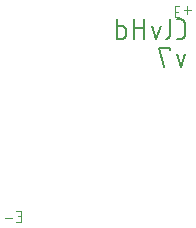
<source format=gbr>
G04 EAGLE Gerber RS-274X export*
G75*
%MOMM*%
%FSLAX34Y34*%
%LPD*%
%INSilkscreen Bottom*%
%IPPOS*%
%AMOC8*
5,1,8,0,0,1.08239X$1,22.5*%
G01*
%ADD10C,0.076200*%
%ADD11C,0.152400*%


D10*
X173487Y266619D02*
X169381Y266619D01*
X169381Y257381D01*
X173487Y257381D01*
X172460Y261487D02*
X169381Y261487D01*
X176950Y263026D02*
X183109Y263026D01*
X180030Y259947D02*
X180030Y266106D01*
X39619Y83381D02*
X35513Y83381D01*
X39619Y83381D02*
X39619Y92619D01*
X35513Y92619D01*
X36540Y88513D02*
X39619Y88513D01*
X32050Y86974D02*
X25891Y86974D01*
D11*
X171013Y238762D02*
X174626Y238762D01*
X174744Y238764D01*
X174862Y238770D01*
X174980Y238779D01*
X175097Y238793D01*
X175214Y238810D01*
X175331Y238831D01*
X175446Y238856D01*
X175561Y238885D01*
X175675Y238918D01*
X175787Y238954D01*
X175898Y238994D01*
X176008Y239037D01*
X176117Y239084D01*
X176224Y239134D01*
X176329Y239189D01*
X176432Y239246D01*
X176533Y239307D01*
X176633Y239371D01*
X176730Y239438D01*
X176825Y239508D01*
X176917Y239582D01*
X177008Y239658D01*
X177095Y239738D01*
X177180Y239820D01*
X177262Y239905D01*
X177342Y239992D01*
X177418Y240083D01*
X177492Y240175D01*
X177562Y240270D01*
X177629Y240367D01*
X177693Y240467D01*
X177754Y240568D01*
X177811Y240671D01*
X177866Y240776D01*
X177916Y240883D01*
X177963Y240992D01*
X178006Y241102D01*
X178046Y241213D01*
X178082Y241325D01*
X178115Y241439D01*
X178144Y241554D01*
X178169Y241669D01*
X178190Y241786D01*
X178207Y241903D01*
X178221Y242020D01*
X178230Y242138D01*
X178236Y242256D01*
X178238Y242374D01*
X178238Y251406D01*
X178236Y251524D01*
X178230Y251642D01*
X178221Y251760D01*
X178207Y251877D01*
X178190Y251994D01*
X178169Y252111D01*
X178144Y252226D01*
X178115Y252341D01*
X178082Y252455D01*
X178046Y252567D01*
X178006Y252678D01*
X177963Y252788D01*
X177916Y252897D01*
X177866Y253004D01*
X177811Y253109D01*
X177754Y253212D01*
X177693Y253313D01*
X177629Y253413D01*
X177562Y253510D01*
X177492Y253605D01*
X177418Y253697D01*
X177342Y253788D01*
X177262Y253875D01*
X177180Y253960D01*
X177095Y254042D01*
X177008Y254122D01*
X176917Y254198D01*
X176825Y254272D01*
X176730Y254342D01*
X176633Y254409D01*
X176533Y254473D01*
X176432Y254534D01*
X176329Y254591D01*
X176224Y254646D01*
X176117Y254696D01*
X176008Y254743D01*
X175898Y254786D01*
X175787Y254826D01*
X175675Y254862D01*
X175561Y254895D01*
X175446Y254924D01*
X175331Y254949D01*
X175214Y254970D01*
X175097Y254987D01*
X174980Y255001D01*
X174862Y255010D01*
X174744Y255016D01*
X174626Y255018D01*
X171013Y255018D01*
X165075Y255018D02*
X165075Y241471D01*
X165074Y241471D02*
X165072Y241370D01*
X165066Y241269D01*
X165057Y241168D01*
X165044Y241067D01*
X165027Y240967D01*
X165006Y240868D01*
X164982Y240770D01*
X164954Y240673D01*
X164922Y240576D01*
X164887Y240481D01*
X164848Y240388D01*
X164806Y240296D01*
X164760Y240205D01*
X164711Y240116D01*
X164659Y240030D01*
X164603Y239945D01*
X164545Y239862D01*
X164483Y239782D01*
X164418Y239704D01*
X164351Y239628D01*
X164281Y239555D01*
X164208Y239485D01*
X164132Y239418D01*
X164054Y239353D01*
X163974Y239291D01*
X163891Y239233D01*
X163806Y239177D01*
X163720Y239125D01*
X163631Y239076D01*
X163540Y239030D01*
X163448Y238988D01*
X163355Y238949D01*
X163260Y238914D01*
X163163Y238882D01*
X163066Y238854D01*
X162968Y238830D01*
X162869Y238809D01*
X162769Y238792D01*
X162668Y238779D01*
X162567Y238770D01*
X162466Y238764D01*
X162365Y238762D01*
X153883Y238762D02*
X157496Y249599D01*
X150271Y249599D02*
X153883Y238762D01*
X143810Y238762D02*
X143810Y255018D01*
X143810Y247793D02*
X134779Y247793D01*
X134779Y255018D02*
X134779Y238762D01*
X120645Y238762D02*
X120645Y255018D01*
X120645Y238762D02*
X125161Y238762D01*
X125262Y238764D01*
X125363Y238770D01*
X125464Y238779D01*
X125565Y238792D01*
X125665Y238809D01*
X125764Y238830D01*
X125862Y238854D01*
X125959Y238882D01*
X126056Y238914D01*
X126151Y238949D01*
X126244Y238988D01*
X126336Y239030D01*
X126427Y239076D01*
X126515Y239125D01*
X126602Y239177D01*
X126687Y239233D01*
X126770Y239291D01*
X126850Y239353D01*
X126928Y239418D01*
X127004Y239485D01*
X127077Y239555D01*
X127147Y239628D01*
X127214Y239704D01*
X127279Y239782D01*
X127341Y239862D01*
X127399Y239945D01*
X127455Y240030D01*
X127507Y240116D01*
X127556Y240205D01*
X127602Y240296D01*
X127644Y240388D01*
X127683Y240481D01*
X127718Y240576D01*
X127750Y240673D01*
X127778Y240770D01*
X127802Y240868D01*
X127823Y240967D01*
X127840Y241067D01*
X127853Y241168D01*
X127862Y241269D01*
X127868Y241370D01*
X127870Y241471D01*
X127870Y246890D01*
X127868Y246991D01*
X127862Y247092D01*
X127853Y247193D01*
X127840Y247294D01*
X127823Y247394D01*
X127802Y247493D01*
X127778Y247591D01*
X127750Y247688D01*
X127718Y247785D01*
X127683Y247880D01*
X127644Y247973D01*
X127602Y248065D01*
X127556Y248156D01*
X127507Y248245D01*
X127455Y248331D01*
X127399Y248416D01*
X127341Y248499D01*
X127279Y248579D01*
X127214Y248657D01*
X127147Y248733D01*
X127077Y248806D01*
X127004Y248876D01*
X126928Y248943D01*
X126850Y249008D01*
X126770Y249070D01*
X126687Y249128D01*
X126602Y249184D01*
X126516Y249236D01*
X126427Y249285D01*
X126336Y249331D01*
X126244Y249373D01*
X126151Y249412D01*
X126056Y249447D01*
X125959Y249479D01*
X125862Y249507D01*
X125764Y249531D01*
X125665Y249552D01*
X125565Y249569D01*
X125464Y249582D01*
X125363Y249591D01*
X125262Y249597D01*
X125161Y249599D01*
X120645Y249599D01*
X178238Y225599D02*
X174626Y214762D01*
X171013Y225599D01*
X165073Y229212D02*
X165073Y231018D01*
X156042Y231018D01*
X160558Y214762D01*
M02*

</source>
